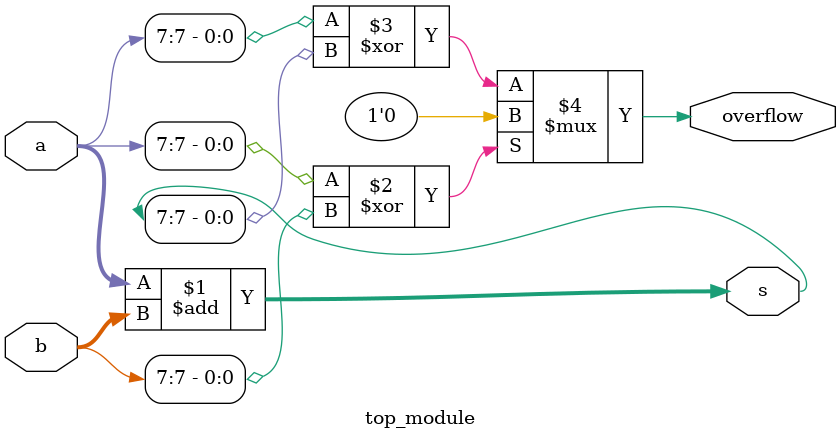
<source format=v>
module top_module (
    input [7:0] a,
    input [7:0] b,
    output [7:0] s,
    output overflow
); //
    
    assign s = a + b;
    
    // When the sign bit of a and b is different, there is no overflow,
    // otherwise when the sign of result is negative to its of a or b, overflow occurs.
    assign overflow = a[7]^b[7] ? 1'b0 : a[7]^s[7];

endmodule

</source>
